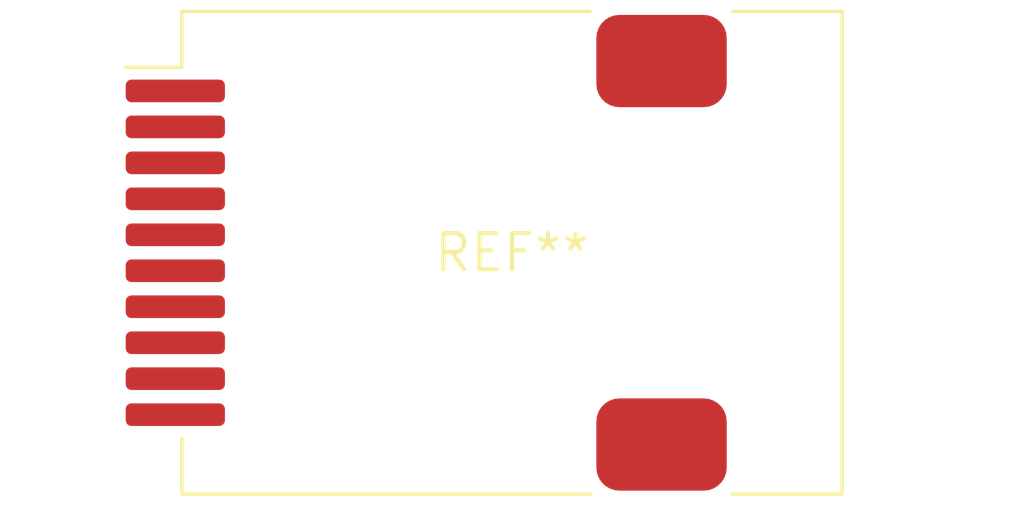
<source format=kicad_pcb>
(kicad_pcb (version 20240108) (generator pcbnew)
  (layers (0 "F.Cu" signal) (31 "B.Cu" signal) (34 "B.Paste" user) (35 "F.Paste" user) (36 "B.SilkS" user "B.Silkscreen") (37 "F.SilkS" user "F.Silkscreen") (38 "B.Mask" user) (39 "F.Mask" user) (44 "Edge.Cuts" user))
  (net 0 "")
  (footprint "RJ45_Pulse_JXD6-0001NL_Horizontal" (layer "F.Cu") (at 0 0)
    (property "Reference" "REF**")
    (property "Value" "RJ45_Pulse_JXD6-0001NL_Horizontal")
    (fp_line (start -11.645 -8.52) (end 2.775 -8.52) (layer "F.SilkS") (stroke (width 0.12)))
    (fp_line (start -11.645 -6.55) (end -13.625 -6.55) (layer "F.SilkS") (stroke (width 0.12)))
    (fp_line (start -11.645 -6.55) (end -11.645 -8.52) (layer "F.SilkS") (stroke (width 0.12)))
    (fp_line (start -11.645 6.55) (end -11.645 8.52) (layer "F.SilkS") (stroke (width 0.12)))
    (fp_line (start -11.645 8.52) (end 2.775 8.52) (layer "F.SilkS") (stroke (width 0.12)))
    (fp_line (start 7.775 -8.52) (end 11.645 -8.52) (layer "F.SilkS") (stroke (width 0.12)))
    (fp_line (start 7.775 8.52) (end 11.645 8.52) (layer "F.SilkS") (stroke (width 0.12)))
    (fp_line (start 11.645 -8.52) (end 11.645 8.52) (layer "F.SilkS") (stroke (width 0.12)))
    (pad "" np_thru_hole circle (at 0.775 -5.715) (size 3 3) (drill 3) (layers *.Cu *.Mask))
    (pad "" np_thru_hole circle (at 0.775 5.715) (size 3 3) (drill 3) (layers *.Cu *.Mask))
    (pad "1" smd roundrect (at -11.875 -5.715) (size 3.5 0.8) (layers "F.Cu" "F.Paste" "F.Mask"))
    (pad "2" smd roundrect (at -11.875 -4.445) (size 3.5 0.8) (layers "F.Cu" "F.Paste" "F.Mask"))
    (pad "3" smd roundrect (at -11.875 -3.175) (size 3.5 0.8) (layers "F.Cu" "F.Paste" "F.Mask"))
    (pad "4" smd roundrect (at -11.875 -1.905) (size 3.5 0.8) (layers "F.Cu" "F.Paste" "F.Mask"))
    (pad "5" smd roundrect (at -11.875 -0.635) (size 3.5 0.8) (layers "F.Cu" "F.Paste" "F.Mask"))
    (pad "6" smd roundrect (at -11.875 0.635) (size 3.5 0.8) (layers "F.Cu" "F.Paste" "F.Mask"))
    (pad "7" smd roundrect (at -11.875 1.905) (size 3.5 0.8) (layers "F.Cu" "F.Paste" "F.Mask"))
    (pad "8" smd roundrect (at -11.875 3.175) (size 3.5 0.8) (layers "F.Cu" "F.Paste" "F.Mask"))
    (pad "9" smd roundrect (at -11.875 4.445) (size 3.5 0.8) (layers "F.Cu" "F.Paste" "F.Mask"))
    (pad "10" smd roundrect (at -11.875 5.715) (size 3.5 0.8) (layers "F.Cu" "F.Paste" "F.Mask"))
    (pad "SH" smd roundrect (at 5.275 -6.77) (size 4.6 3.26) (layers "F.Cu" "F.Paste" "F.Mask"))
    (pad "SH" smd roundrect (at 5.275 6.77) (size 4.6 3.26) (layers "F.Cu" "F.Paste" "F.Mask"))
  )
)
</source>
